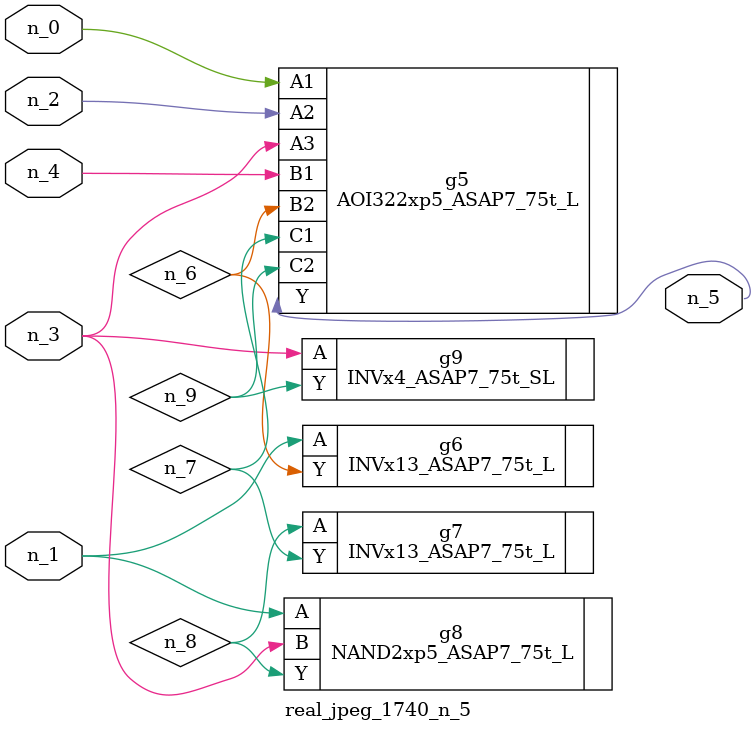
<source format=v>
module real_jpeg_1740_n_5 (n_4, n_0, n_1, n_2, n_3, n_5);

input n_4;
input n_0;
input n_1;
input n_2;
input n_3;

output n_5;

wire n_8;
wire n_6;
wire n_7;
wire n_9;

AOI322xp5_ASAP7_75t_L g5 ( 
.A1(n_0),
.A2(n_2),
.A3(n_3),
.B1(n_4),
.B2(n_6),
.C1(n_7),
.C2(n_9),
.Y(n_5)
);

INVx13_ASAP7_75t_L g6 ( 
.A(n_1),
.Y(n_6)
);

NAND2xp5_ASAP7_75t_L g8 ( 
.A(n_1),
.B(n_3),
.Y(n_8)
);

INVx4_ASAP7_75t_SL g9 ( 
.A(n_3),
.Y(n_9)
);

INVx13_ASAP7_75t_L g7 ( 
.A(n_8),
.Y(n_7)
);


endmodule
</source>
